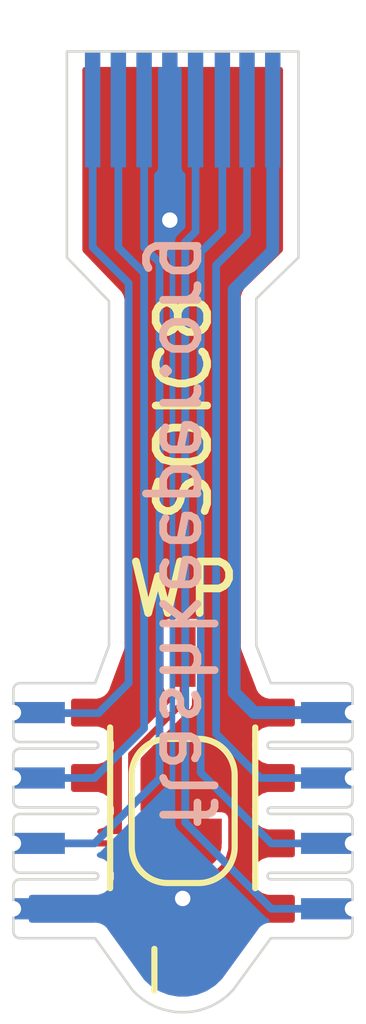
<source format=kicad_pcb>
(kicad_pcb (version 20240108) (generator "pcbnew") (generator_version "8.0")
  (layers (0 "F.Cu" signal) (31 "B.Cu" signal) (34 "B.Paste" user) (35 "F.Paste" user) (36 "B.SilkS" user "B.Silkscreen") (37 "F.SilkS" user "F.Silkscreen") (38 "B.Mask" user) (39 "F.Mask" user) (44 "Edge.Cuts" user))
  (net 0 "")
  (net 1 "{slash}WP")
  (net 2 "GND")
  (net 3 "DO")
  (net 4 "VCC")
  (net 5 "{slash}HOLD")
  (net 6 "CLK")
  (net 7 "{slash}CS")
  (net 8 "DI")
  (footprint "flashkeeper:SolderConnector_SOIC8" (layer "F.Cu") (at 142.06 106.84)
    (property "Reference" "U1" (hide yes))
    (property "Value" "SPI Flash" (hide yes))
    (fp_line (start 0 0.4445) (end 0 -0.4445) (stroke (width 0.05)) (layer "Edge.Cuts"))
    (fp_line (start 0 0.8255) (end 0 1.7145) (stroke (width 0.05)) (layer "Edge.Cuts"))
    (fp_line (start 0 2.0955) (end 0 2.9845) (stroke (width 0.05)) (layer "Edge.Cuts"))
    (fp_line (start 0 3.3655) (end 0 4.2545) (stroke (width 0.05)) (layer "Edge.Cuts"))
    (fp_line (start 0.127 -0.5715) (end 1.5875 -0.5715) (stroke (width 0.05)) (layer "Edge.Cuts"))
    (fp_line (start 0.127 0.5715) (end 1.5875 0.5715) (stroke (width 0.05)) (layer "Edge.Cuts"))
    (fp_line (start 0.127 1.8415) (end 1.5875 1.8415) (stroke (width 0.05)) (layer "Edge.Cuts"))
    (fp_line (start 0.127 3.1115) (end 1.5875 3.1115) (stroke (width 0.05)) (layer "Edge.Cuts"))
    (fp_line (start 0.127 4.3815) (end 1.5875 4.3815) (stroke (width 0.05)) (layer "Edge.Cuts"))
    (fp_line (start 1.5875 0.6985) (end 0.127 0.6985) (stroke (width 0.05)) (layer "Edge.Cuts"))
    (fp_line (start 1.5875 1.9685) (end 0.127 1.9685) (stroke (width 0.05)) (layer "Edge.Cuts"))
    (fp_line (start 1.5875 3.2385) (end 0.127 3.2385) (stroke (width 0.05)) (layer "Edge.Cuts"))
    (fp_line (start 5.0025 0.6985) (end 6.463 0.6985) (stroke (width 0.05)) (layer "Edge.Cuts"))
    (fp_line (start 5.0025 1.9685) (end 6.463 1.9685) (stroke (width 0.05)) (layer "Edge.Cuts"))
    (fp_line (start 5.0025 3.2385) (end 6.463 3.2385) (stroke (width 0.05)) (layer "Edge.Cuts"))
    (fp_line (start 6.463 -0.5715) (end 5.0025 -0.5715) (stroke (width 0.05)) (layer "Edge.Cuts"))
    (fp_line (start 6.463 0.5715) (end 5.0025 0.5715) (stroke (width 0.05)) (layer "Edge.Cuts"))
    (fp_line (start 6.463 1.8415) (end 5.0025 1.8415) (stroke (width 0.05)) (layer "Edge.Cuts"))
    (fp_line (start 6.463 3.1115) (end 5.0025 3.1115) (stroke (width 0.05)) (layer "Edge.Cuts"))
    (fp_line (start 6.463 4.3815) (end 5.0025 4.3815) (stroke (width 0.05)) (layer "Edge.Cuts"))
    (fp_line (start 6.59 -0.4445) (end 6.59 0.4445) (stroke (width 0.05)) (layer "Edge.Cuts"))
    (fp_line (start 6.59 0.8255) (end 6.59 1.7145) (stroke (width 0.05)) (layer "Edge.Cuts"))
    (fp_line (start 6.59 2.0955) (end 6.59 2.9845) (stroke (width 0.05)) (layer "Edge.Cuts"))
    (fp_line (start 6.59 3.3655) (end 6.59 4.2545) (stroke (width 0.05)) (layer "Edge.Cuts"))
    (fp_arc (start 0 -0.4445) (mid 0.037197 -0.534303) (end 0.127 -0.5715) (stroke (width 0.05)) (layer "Edge.Cuts"))
    (fp_arc (start 0 0.8255) (mid 0.037197 0.735697) (end 0.127 0.6985) (stroke (width 0.05)) (layer "Edge.Cuts"))
    (fp_arc (start 0 2.0955) (mid 0.037197 2.005697) (end 0.127 1.9685) (stroke (width 0.05)) (layer "Edge.Cuts"))
    (fp_arc (start 0 3.3655) (mid 0.037197 3.275697) (end 0.127 3.2385) (stroke (width 0.05)) (layer "Edge.Cuts"))
    (fp_arc (start 0.127 0.5715) (mid 0.037197 0.534303) (end 0 0.4445) (stroke (width 0.05)) (layer "Edge.Cuts"))
    (fp_arc (start 0.127 1.8415) (mid 0.037197 1.804303) (end 0 1.7145) (stroke (width 0.05)) (layer "Edge.Cuts"))
    (fp_arc (start 0.127 3.1115) (mid 0.037197 3.074303) (end 0 2.9845) (stroke (width 0.05)) (layer "Edge.Cuts"))
    (fp_arc (start 0.127 4.3815) (mid 0.037197 4.344303) (end 0 4.2545) (stroke (width 0.05)) (layer "Edge.Cuts"))
    (fp_arc (start 1.5875 0.5715) (mid 1.651 0.635) (end 1.5875 0.6985) (stroke (width 0.05)) (layer "Edge.Cuts"))
    (fp_arc (start 1.5875 1.8415) (mid 1.651 1.905) (end 1.5875 1.9685) (stroke (width 0.05)) (layer "Edge.Cuts"))
    (fp_arc (start 1.5875 3.1115) (mid 1.651 3.175) (end 1.5875 3.2385) (stroke (width 0.05)) (layer "Edge.Cuts"))
    (fp_arc (start 5.0025 0.6985) (mid 4.939 0.635) (end 5.0025 0.5715) (stroke (width 0.05)) (layer "Edge.Cuts"))
    (fp_arc (start 5.0025 1.9685) (mid 4.939 1.905) (end 5.0025 1.8415) (stroke (width 0.05)) (layer "Edge.Cuts"))
    (fp_arc (start 5.0025 3.2385) (mid 4.939 3.175) (end 5.0025 3.1115) (stroke (width 0.05)) (layer "Edge.Cuts"))
    (fp_arc (start 6.463 -0.5715) (mid 6.552803 -0.534303) (end 6.59 -0.4445) (stroke (width 0.05)) (layer "Edge.Cuts"))
    (fp_arc (start 6.463 0.6985) (mid 6.552803 0.735697) (end 6.59 0.8255) (stroke (width 0.05)) (layer "Edge.Cuts"))
    (fp_arc (start 6.463 1.9685) (mid 6.552803 2.005697) (end 6.59 2.0955) (stroke (width 0.05)) (layer "Edge.Cuts"))
    (fp_arc (start 6.463 3.2385) (mid 6.552803 3.275697) (end 6.59 3.3655) (stroke (width 0.05)) (layer "Edge.Cuts"))
    (fp_arc (start 6.59 0.4445) (mid 6.552803 0.534303) (end 6.463 0.5715) (stroke (width 0.05)) (layer "Edge.Cuts"))
    (fp_arc (start 6.59 1.7145) (mid 6.552803 1.804303) (end 6.463 1.8415) (stroke (width 0.05)) (layer "Edge.Cuts"))
    (fp_arc (start 6.59 2.9845) (mid 6.552803 3.074303) (end 6.463 3.1115) (stroke (width 0.05)) (layer "Edge.Cuts"))
    (fp_arc (start 6.59 4.2545) (mid 6.552803 4.344303) (end 6.463 4.3815) (stroke (width 0.05)) (layer "Edge.Cuts"))
    (pad "1" thru_hole rect (at 0 0) (size 1 0.41) (drill 0.3 (offset 0.5 0)) (property pad_prop_castellated) (layers "*.Cu" "*.Mask") (net 7 "{slash}CS"))
    (pad "2" thru_hole rect (at 0 1.27) (size 1 0.41) (drill 0.3 (offset 0.5 0)) (property pad_prop_castellated) (layers "*.Cu" "*.Mask") (net 3 "DO"))
    (pad "3" thru_hole rect (at 0 2.54) (size 1 0.41) (drill 0.3 (offset 0.5 0)) (property pad_prop_castellated) (layers "*.Cu" "*.Mask") (net 1 "{slash}WP"))
    (pad "4" thru_hole rect (at 0 3.81) (size 1 0.41) (drill 0.3 (offset 0.5 0)) (property pad_prop_castellated) (layers "*.Cu" "*.Mask") (net 2 "GND"))
    (pad "5" thru_hole rect (at 6.59 3.81 180) (size 1 0.41) (drill 0.3 (offset 0.5 0)) (property pad_prop_castellated) (layers "*.Cu" "*.Mask") (net 8 "DI"))
    (pad "6" thru_hole rect (at 6.59 2.54 180) (size 1 0.41) (drill 0.3 (offset 0.5 0)) (property pad_prop_castellated) (layers "*.Cu" "*.Mask") (net 6 "CLK"))
    (pad "7" thru_hole rect (at 6.59 1.27 180) (size 1 0.41) (drill 0.3 (offset 0.5 0)) (property pad_prop_castellated) (layers "*.Cu" "*.Mask") (net 5 "{slash}HOLD"))
    (pad "8" thru_hole rect (at 6.59 0 180) (size 1 0.41) (drill 0.3 (offset 0.5 0)) (property pad_prop_castellated) (layers "*.Cu" "*.Mask") (net 4 "VCC"))
  )
  (footprint "Button_Switch_SMD:SW_DIP_SPSTx01_Slide_Copal_CVS-01xB_W5.9mm_P1mm" (layer "F.Cu") (at 145.35 108.69 90)
    (property "Reference" "SW1" (hide yes))
    (property "Value" "SW_DIP_x01" (hide yes))
    (fp_line (start -1.56 -1.41) (end 1.561 -1.41) (stroke (width 0.12)) (layer "F.SilkS"))
    (fp_line (start -3.55 -0.55) (end -2.739 -0.55) (stroke (width 0.12)) (layer "F.SilkS"))
    (fp_line (start -1.56 1.41) (end 1.561 1.41) (stroke (width 0.12)) (layer "F.SilkS"))
    (pad "1" smd rect (at -2.95 0 90) (size 1.2 0.5) (layers "F.Cu" "F.Paste" "F.Mask") (net 2 "GND"))
    (pad "2" smd rect (at 2.95 0 90) (size 1.2 0.5) (layers "F.Cu" "F.Paste" "F.Mask") (net 1 "{slash}WP"))
    (pad "3" smd rect (at -2.15 -1 90) (size 0.7 0.7) (layers "F.Cu" "F.Paste" "F.Mask") (net 2 "GND"))
    (pad "3" smd rect (at -2.15 1 90) (size 0.7 0.7) (layers "F.Cu" "F.Paste" "F.Mask") (net 2 "GND"))
    (pad "3" smd rect (at 2.15 -1 90) (size 0.7 0.7) (layers "F.Cu" "F.Paste" "F.Mask") (net 2 "GND"))
    (pad "3" smd rect (at 2.15 1 90) (size 0.7 0.7) (layers "F.Cu" "F.Paste" "F.Mask") (net 2 "GND"))
  )
  (footprint "Jumper:SolderJumper-2_P1.3mm_Open_RoundedPad1.0x1.5mm" (layer "F.Cu") (at 145.36 108.75 90)
    (property "Reference" "JP1" (hide yes))
    (property "Value" "WP" (hide yes))
    (fp_line (start -0.7 -1) (end 0.7 -1) (stroke (width 0.12)) (layer "F.SilkS"))
    (fp_line (start 1.4 -0.3) (end 1.4 0.3) (stroke (width 0.12)) (layer "F.SilkS"))
    (fp_line (start -1.4 0.3) (end -1.4 -0.3) (stroke (width 0.12)) (layer "F.SilkS"))
    (fp_line (start 0.7 1) (end -0.7 1) (stroke (width 0.12)) (layer "F.SilkS"))
    (fp_arc (start 0.7 -1) (mid 1.194975 -0.794975) (end 1.4 -0.3) (stroke (width 0.12)) (layer "F.SilkS"))
    (fp_arc (start -1.4 -0.3) (mid -1.194975 -0.794975) (end -0.7 -1) (stroke (width 0.12)) (layer "F.SilkS"))
    (fp_arc (start 1.4 0.3) (mid 1.194975 0.794975) (end 0.7 1) (stroke (width 0.12)) (layer "F.SilkS"))
    (fp_arc (start -0.7 1) (mid -1.194975 0.794975) (end -1.4 0.3) (stroke (width 0.12)) (layer "F.SilkS"))
    (pad "1" smd custom (at -0.65 0 90) (size 1 0.5) (layers "F.Cu" "F.Mask") (net 1 "{slash}WP") (options (clearance outline) (anchor rect)) (primitives (gr_circle (center 0 0.25) (end 0.5 0.25) (width 0) (fill yes)) (gr_circle (center 0 -0.25) (end 0.5 -0.25) (width 0) (fill yes)) (gr_poly (pts (xy 0.5 0.75) (xy 0 0.75) (xy 0 -0.75) (xy 0.5 -0.75)) (width 0) (fill yes))))
    (pad "2" smd custom (at 0.65 0 90) (size 1 0.5) (layers "F.Cu" "F.Mask") (net 2 "GND") (options (clearance outline) (anchor rect)) (primitives (gr_circle (center 0 0.25) (end 0.5 0.25) (width 0) (fill yes)) (gr_circle (center 0 -0.25) (end 0.5 -0.25) (width 0) (fill yes)) (gr_poly (pts (xy 0 0.75) (xy -0.5 0.75) (xy -0.5 -0.75) (xy 0 -0.75)) (width 0) (fill yes))))
  )
  (footprint "flashkeeper:FFC_8_0.5mm" (layer "F.Cu") (at 145.35 94)
    (property "Reference" "J1" (hide yes))
    (property "Value" "FFC" (hide yes))
    (fp_line (start -2.25 0) (end -2.25 4) (stroke (width 0.05)) (layer "Edge.Cuts"))
    (fp_line (start -2.25 0) (end 2.25 0) (stroke (width 0.05)) (layer "Edge.Cuts"))
    (fp_line (start 2.25 0) (end 2.25 4) (stroke (width 0.05)) (layer "Edge.Cuts"))
    (pad "1" smd rect (at -1.75 1.125) (size 0.3 2.25) (layers "B.Cu" "B.Mask") (net 7 "{slash}CS"))
    (pad "2" smd rect (at -1.25 1.125) (size 0.3 2.25) (layers "B.Cu" "B.Mask") (net 3 "DO"))
    (pad "3" smd rect (at -0.75 1.125) (size 0.3 2.25) (layers "B.Cu" "B.Mask") (net 1 "{slash}WP"))
    (pad "4" smd rect (at -0.25 1.125) (size 0.3 2.25) (layers "B.Cu" "B.Mask") (net 2 "GND"))
    (pad "5" smd rect (at 0.25 1.125) (size 0.3 2.25) (layers "B.Cu" "B.Mask") (net 8 "DI"))
    (pad "6" smd rect (at 0.77134 1.129021) (size 0.3 2.25) (layers "B.Cu" "B.Mask") (net 6 "CLK"))
    (pad "7" smd rect (at 1.25 1.125) (size 0.3 2.25) (layers "B.Cu" "B.Mask") (net 5 "{slash}HOLD"))
    (pad "8" smd rect (at 1.75 1.125) (size 0.3 2.25) (layers "B.Cu" "B.Mask") (net 4 "VCC"))
  )
  (gr_line (start 146.78121 105.54) (end 147.0625 106.2685) (stroke (width 0.05)) (layer "Edge.Cuts"))
  (gr_line (start 146.78121 98.799994) (end 147.6 98) (stroke (width 0.05)) (layer "Edge.Cuts"))
  (gr_line (start 146.78121 105.54) (end 146.78121 98.799994) (stroke (width 0.05)) (layer "Edge.Cuts"))
  (gr_line (start 143.6475 111.221501) (end 144.370858 112.225313) (stroke (width 0.05)) (layer "Edge.Cuts"))
  (gr_line (start 147.0625 111.221501) (end 146.339271 112.21398) (stroke (width 0.05)) (layer "Edge.Cuts"))
  (gr_line (start 143.6475 106.268499) (end 143.918511 105.54) (stroke (width 0.05)) (layer "Edge.Cuts"))
  (gr_line (start 143.918511 105.54) (end 143.918511 98.8508) (stroke (width 0.05)) (layer "Edge.Cuts"))
  (gr_line (start 143.918511 98.8508) (end 143.1 98) (stroke (width 0.05)) (layer "Edge.Cuts"))
  (gr_arc (start 146.339271 112.21398) (mid 145.3576 112.660015) (end 144.370858 112.225313) (stroke (width 0.05)) (layer "Edge.Cuts"))
  (gr_text "flashkeeper.org" (at 144.84 103.3 -90) (layer "B.SilkS") (effects (font (size 1 1)) (justify bottom mirror)))
  (gr_text "SOIC8" (at 145.37 100.9 90) (layer "F.SilkS") (effects (font (size 1 1))))
  (gr_text "WP" (at 145.37 104.45 0) (layer "F.SilkS") (effects (font (size 1 1))))
  (segment (start 144.35 107.65) (end 144.35 109.38) (width 0.12) (layer "F.Cu") (net 1))
  (segment (start 145.35 105.74) (end 145.35 106.65) (width 0.12) (layer "F.Cu") (net 1))
  (segment (start 142.55 109.38) (end 144.15 109.38) (width 0.12) (layer "F.Cu") (net 1))
  (segment (start 144.15 109.38) (end 145.34 109.38) (width 0.12) (layer "F.Cu") (net 1))
  (segment (start 145.34 109.38) (end 145.36 109.4) (width 0.12) (layer "F.Cu") (net 1))
  (segment (start 145.35 106.65) (end 144.35 107.65) (width 0.12) (layer "F.Cu") (net 1))
  (segment (start 143.636286 109.38) (end 144.9 108.116286) (width 0.15) (layer "B.Cu") (net 1))
  (segment (start 144.9 108.116286) (end 144.9 98.1) (width 0.15) (layer "B.Cu") (net 1))
  (segment (start 144.6 97.8) (end 144.6 95.125) (width 0.15) (layer "B.Cu") (net 1))
  (segment (start 144.9 98.1) (end 144.6 97.8) (width 0.15) (layer "B.Cu") (net 1))
  (segment (start 142.55 109.38) (end 143.636286 109.38) (width 0.15) (layer "B.Cu") (net 1))
  (via (at 145.35 110.45) (size 0.55) (drill 0.3) (layers "F.Cu" "B.Cu") (net 2))
  (via (at 145.1 97.275) (size 0.55) (drill 0.3) (layers "F.Cu" "B.Cu") (net 2))
  (segment (start 144.6 107.146286) (end 144.6 98.305026) (width 0.15) (layer "B.Cu") (net 3))
  (segment (start 142.55 108.11) (end 143.636286 108.11) (width 0.15) (layer "B.Cu") (net 3))
  (segment (start 144.1 97.805026) (end 144.1 95.125) (width 0.15) (layer "B.Cu") (net 3))
  (segment (start 144.6 98.305026) (end 144.1 97.805026) (width 0.15) (layer "B.Cu") (net 3))
  (segment (start 143.636286 108.11) (end 144.6 107.146286) (width 0.15) (layer "B.Cu") (net 3))
  (segment (start 146.35 106.45) (end 146.35 98.625) (width 0.25) (layer "B.Cu") (net 4))
  (segment (start 148.15 106.84) (end 146.74 106.84) (width 0.25) (layer "B.Cu") (net 4))
  (segment (start 146.35 98.625) (end 147.1 97.875) (width 0.25) (layer "B.Cu") (net 4))
  (segment (start 147.1 97.875) (end 147.1 95.125) (width 0.25) (layer "B.Cu") (net 4))
  (segment (start 146.74 106.84) (end 146.35 106.45) (width 0.25) (layer "B.Cu") (net 4))
  (segment (start 146 98.15) (end 146.6 97.55) (width 0.15) (layer "B.Cu") (net 5))
  (segment (start 146.86 108.11) (end 146 107.25) (width 0.15) (layer "B.Cu") (net 5))
  (segment (start 146 107.25) (end 146 98.15) (width 0.15) (layer "B.Cu") (net 5))
  (segment (start 148.25 108.11) (end 146.86 108.11) (width 0.15) (layer "B.Cu") (net 5))
  (segment (start 146.6 97.55) (end 146.6 95.125) (width 0.15) (layer "B.Cu") (net 5))
  (segment (start 148.25 109.38) (end 147.073714 109.38) (width 0.15) (layer "B.Cu") (net 6))
  (segment (start 145.7 108.006286) (end 145.7 97.9) (width 0.15) (layer "B.Cu") (net 6))
  (segment (start 147.073714 109.38) (end 145.7 108.006286) (width 0.15) (layer "B.Cu") (net 6))
  (segment (start 146.12134 97.47866) (end 146.12134 95.129021) (width 0.15) (layer "B.Cu") (net 6))
  (segment (start 145.7 97.9) (end 146.12134 97.47866) (width 0.15) (layer "B.Cu") (net 6))
  (segment (start 144.3 106.264751) (end 144.3 98.5) (width 0.15) (layer "B.Cu") (net 7))
  (segment (start 144.3 98.5) (end 143.6 97.8) (width 0.15) (layer "B.Cu") (net 7))
  (segment (start 143.6 97.8) (end 143.6 95.125) (width 0.15) (layer "B.Cu") (net 7))
  (segment (start 142.55 106.85) (end 143.714751 106.85) (width 0.15) (layer "B.Cu") (net 7))
  (segment (start 143.714751 106.85) (end 144.3 106.264751) (width 0.15) (layer "B.Cu") (net 7))
  (segment (start 145.4 108.976286) (end 145.4 97.7) (width 0.15) (layer "B.Cu") (net 8))
  (segment (start 145.6 97.5) (end 145.6 95.125) (width 0.15) (layer "B.Cu") (net 8))
  (segment (start 148.25 110.65) (end 147.073714 110.65) (width 0.15) (layer "B.Cu") (net 8))
  (segment (start 147.073714 110.65) (end 145.4 108.976286) (width 0.15) (layer "B.Cu") (net 8))
  (segment (start 145.4 97.7) (end 145.6 97.5) (width 0.15) (layer "B.Cu") (net 8))
  (zone (net 2) (net_name "GND") (layers "F&B.Cu") (connect_pads yes (clearance 0.1)) (min_thickness 0.1) (fill yes (thermal_gap 0.5) (thermal_bridge_width 0.5))
    (polygon (pts (xy 148.9 93) (xy 148.93437 112.905333) (xy 141.83437 112.905333) (xy 141.8 93)))
  )
)
</source>
